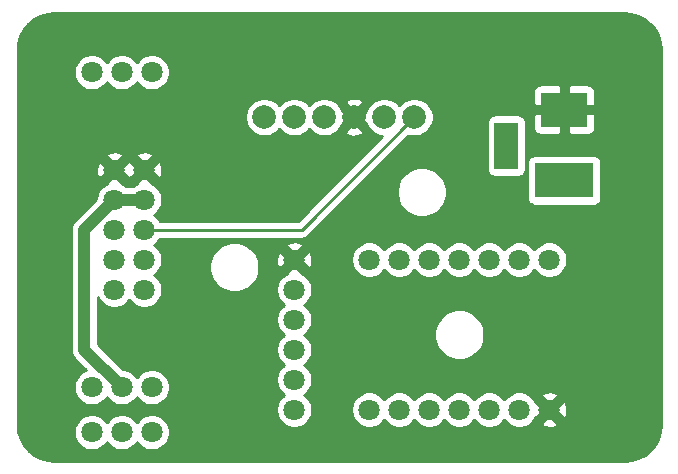
<source format=gbr>
%TF.GenerationSoftware,KiCad,Pcbnew,(5.1.9)-1*%
%TF.CreationDate,2021-03-12T12:12:47-05:00*%
%TF.ProjectId,ProgramBoard,50726f67-7261-46d4-926f-6172642e6b69,rev?*%
%TF.SameCoordinates,PX54c81a0PY791ddc0*%
%TF.FileFunction,Copper,L2,Bot*%
%TF.FilePolarity,Positive*%
%FSLAX46Y46*%
G04 Gerber Fmt 4.6, Leading zero omitted, Abs format (unit mm)*
G04 Created by KiCad (PCBNEW (5.1.9)-1) date 2021-03-12 12:12:47*
%MOMM*%
%LPD*%
G01*
G04 APERTURE LIST*
%TA.AperFunction,ComponentPad*%
%ADD10R,2.000000X4.000000*%
%TD*%
%TA.AperFunction,ComponentPad*%
%ADD11R,4.000000X3.000000*%
%TD*%
%TA.AperFunction,ComponentPad*%
%ADD12R,5.000000X3.000000*%
%TD*%
%TA.AperFunction,ComponentPad*%
%ADD13C,1.800000*%
%TD*%
%TA.AperFunction,ComponentPad*%
%ADD14C,2.000000*%
%TD*%
%TA.AperFunction,Conductor*%
%ADD15C,1.016000*%
%TD*%
%TA.AperFunction,Conductor*%
%ADD16C,0.254000*%
%TD*%
%TA.AperFunction,Conductor*%
%ADD17C,0.100000*%
%TD*%
G04 APERTURE END LIST*
D10*
%TO.P,J1,3*%
%TO.N,N/C*%
X42090000Y27430000D03*
D11*
%TO.P,J1,2*%
%TO.N,GND*%
X46990000Y30480000D03*
D12*
%TO.P,J1,1*%
%TO.N,Net-(J1-Pad1)*%
X46990000Y24480000D03*
%TD*%
D13*
%TO.P,P1,4*%
%TO.N,Net-(P1-Pad3)*%
X11430000Y22860000D03*
%TO.P,P1,1*%
%TO.N,GND*%
X8890000Y25400000D03*
%TO.P,P1,2*%
X11430000Y25400000D03*
%TO.P,P1,3*%
%TO.N,Net-(P1-Pad3)*%
X8890000Y22860000D03*
%TO.P,P1,7*%
%TO.N,Net-(P1-Pad7)*%
X8890000Y17780000D03*
%TO.P,P1,6*%
%TO.N,Net-(P1-Pad6)*%
X11430000Y20320000D03*
%TO.P,P1,5*%
%TO.N,Net-(P1-Pad5)*%
X8890000Y20320000D03*
%TO.P,P1,8*%
%TO.N,Net-(P1-Pad8)*%
X11430000Y17780000D03*
%TO.P,P1,10*%
%TO.N,Net-(P1-Pad10)*%
X11430000Y15240000D03*
%TO.P,P1,9*%
%TO.N,Net-(P1-Pad9)*%
X8890000Y15240000D03*
%TD*%
D14*
%TO.P,P2,2*%
%TO.N,Net-(P2-Pad2)*%
X31750000Y29845000D03*
%TO.P,P2,1*%
%TO.N,Net-(P1-Pad6)*%
X34290000Y29845000D03*
%TO.P,P2,3*%
%TO.N,GND*%
X29210000Y29845000D03*
%TO.P,P2,4*%
%TO.N,Net-(P1-Pad8)*%
X26670000Y29845000D03*
%TO.P,P2,5*%
%TO.N,Net-(P1-Pad7)*%
X24130000Y29845000D03*
%TO.P,P2,6*%
%TO.N,N/C*%
X21590000Y29845000D03*
%TD*%
D13*
%TO.P,U1,1*%
%TO.N,N/C*%
X45720000Y17780000D03*
%TO.P,U1,2*%
X43180000Y17780000D03*
%TO.P,U1,3*%
X40640000Y17780000D03*
%TO.P,U1,4*%
X38100000Y17780000D03*
%TO.P,U1,5*%
X35560000Y17780000D03*
%TO.P,U1,6*%
X33020000Y17780000D03*
%TO.P,U1,7*%
X30480000Y17780000D03*
%TO.P,U1,8*%
%TO.N,GND*%
X24130000Y17780000D03*
%TO.P,U1,9*%
%TO.N,N/C*%
X24130000Y15240000D03*
%TO.P,U1,10*%
X24130000Y12700000D03*
%TO.P,U1,11*%
%TO.N,Net-(P1-Pad9)*%
X24130000Y10160000D03*
%TO.P,U1,12*%
%TO.N,Net-(P1-Pad10)*%
X24130000Y7620000D03*
%TO.P,U1,13*%
%TO.N,N/C*%
X24130000Y5080000D03*
%TO.P,U1,14*%
X30480000Y5080000D03*
%TO.P,U1,15*%
X33020000Y5080000D03*
%TO.P,U1,16*%
X35560000Y5080000D03*
%TO.P,U1,17*%
X38100000Y5080000D03*
%TO.P,U1,18*%
X40640000Y5080000D03*
%TO.P,U1,19*%
%TO.N,+5V*%
X43180000Y5080000D03*
%TO.P,U1,20*%
%TO.N,GND*%
X45720000Y5080000D03*
%TD*%
%TO.P,P3,3*%
%TO.N,Net-(P2-Pad2)*%
X12065000Y33655000D03*
%TO.P,P3,1*%
%TO.N,N/C*%
X6985000Y33655000D03*
%TO.P,P3,2*%
%TO.N,Net-(P1-Pad5)*%
X9525000Y33655000D03*
%TD*%
%TO.P,P4,2*%
%TO.N,Net-(P1-Pad3)*%
X9525000Y6985000D03*
%TO.P,P4,1*%
%TO.N,N/C*%
X6985000Y6985000D03*
%TO.P,P4,3*%
%TO.N,+5V*%
X12065000Y6985000D03*
%TD*%
%TO.P,P5,2*%
%TO.N,Net-(P1-Pad3)*%
X9525000Y3175000D03*
%TO.P,P5,1*%
%TO.N,N/C*%
X6985000Y3175000D03*
%TO.P,P5,3*%
%TO.N,Net-(J1-Pad1)*%
X12065000Y3175000D03*
%TD*%
D15*
%TO.N,Net-(P1-Pad3)*%
X9525000Y6985000D02*
X6350000Y10160000D01*
X6350000Y10160000D02*
X6350000Y20320000D01*
X6350000Y20320000D02*
X8890000Y22860000D01*
X8890000Y22860000D02*
X11430000Y22860000D01*
D16*
%TO.N,Net-(P1-Pad6)*%
X24765000Y20320000D02*
X34290000Y29845000D01*
X11430000Y20320000D02*
X24765000Y20320000D01*
%TD*%
%TO.N,GND*%
X52671230Y38596438D02*
X53249560Y38421830D01*
X53782962Y38138216D01*
X54251118Y37756398D01*
X54636194Y37290920D01*
X54923526Y36759512D01*
X55102167Y36182415D01*
X55168801Y35548433D01*
X55168800Y3844786D01*
X55106438Y3208766D01*
X54931828Y2630435D01*
X54648215Y2097037D01*
X54266398Y1628882D01*
X53800920Y1243806D01*
X53269512Y956475D01*
X52692414Y777833D01*
X52058442Y711200D01*
X3844786Y711200D01*
X3208766Y773562D01*
X2630435Y948172D01*
X2097037Y1231785D01*
X1628882Y1613602D01*
X1243806Y2079080D01*
X956475Y2610488D01*
X777833Y3187586D01*
X763266Y3326184D01*
X5450000Y3326184D01*
X5450000Y3023816D01*
X5508989Y2727257D01*
X5624701Y2447905D01*
X5792688Y2196495D01*
X6006495Y1982688D01*
X6257905Y1814701D01*
X6537257Y1698989D01*
X6833816Y1640000D01*
X7136184Y1640000D01*
X7432743Y1698989D01*
X7712095Y1814701D01*
X7963505Y1982688D01*
X8177312Y2196495D01*
X8255000Y2312763D01*
X8332688Y2196495D01*
X8546495Y1982688D01*
X8797905Y1814701D01*
X9077257Y1698989D01*
X9373816Y1640000D01*
X9676184Y1640000D01*
X9972743Y1698989D01*
X10252095Y1814701D01*
X10503505Y1982688D01*
X10717312Y2196495D01*
X10795000Y2312763D01*
X10872688Y2196495D01*
X11086495Y1982688D01*
X11337905Y1814701D01*
X11617257Y1698989D01*
X11913816Y1640000D01*
X12216184Y1640000D01*
X12512743Y1698989D01*
X12792095Y1814701D01*
X13043505Y1982688D01*
X13257312Y2196495D01*
X13425299Y2447905D01*
X13541011Y2727257D01*
X13600000Y3023816D01*
X13600000Y3326184D01*
X13541011Y3622743D01*
X13425299Y3902095D01*
X13257312Y4153505D01*
X13043505Y4367312D01*
X12792095Y4535299D01*
X12512743Y4651011D01*
X12216184Y4710000D01*
X11913816Y4710000D01*
X11617257Y4651011D01*
X11337905Y4535299D01*
X11086495Y4367312D01*
X10872688Y4153505D01*
X10795000Y4037237D01*
X10717312Y4153505D01*
X10503505Y4367312D01*
X10252095Y4535299D01*
X9972743Y4651011D01*
X9676184Y4710000D01*
X9373816Y4710000D01*
X9077257Y4651011D01*
X8797905Y4535299D01*
X8546495Y4367312D01*
X8332688Y4153505D01*
X8255000Y4037237D01*
X8177312Y4153505D01*
X7963505Y4367312D01*
X7712095Y4535299D01*
X7432743Y4651011D01*
X7136184Y4710000D01*
X6833816Y4710000D01*
X6537257Y4651011D01*
X6257905Y4535299D01*
X6006495Y4367312D01*
X5792688Y4153505D01*
X5624701Y3902095D01*
X5508989Y3622743D01*
X5450000Y3326184D01*
X763266Y3326184D01*
X711200Y3821558D01*
X711200Y20320000D01*
X5201471Y20320000D01*
X5207001Y20263851D01*
X5207000Y10216139D01*
X5201471Y10160000D01*
X5207000Y10103861D01*
X5207000Y10103855D01*
X5223539Y9935934D01*
X5288897Y9720478D01*
X5395032Y9521912D01*
X5537867Y9347867D01*
X5581482Y9312073D01*
X6463214Y8430341D01*
X6257905Y8345299D01*
X6006495Y8177312D01*
X5792688Y7963505D01*
X5624701Y7712095D01*
X5508989Y7432743D01*
X5450000Y7136184D01*
X5450000Y6833816D01*
X5508989Y6537257D01*
X5624701Y6257905D01*
X5792688Y6006495D01*
X6006495Y5792688D01*
X6257905Y5624701D01*
X6537257Y5508989D01*
X6833816Y5450000D01*
X7136184Y5450000D01*
X7432743Y5508989D01*
X7712095Y5624701D01*
X7963505Y5792688D01*
X8177312Y6006495D01*
X8255000Y6122763D01*
X8332688Y6006495D01*
X8546495Y5792688D01*
X8797905Y5624701D01*
X9077257Y5508989D01*
X9373816Y5450000D01*
X9676184Y5450000D01*
X9972743Y5508989D01*
X10252095Y5624701D01*
X10503505Y5792688D01*
X10717312Y6006495D01*
X10795000Y6122763D01*
X10872688Y6006495D01*
X11086495Y5792688D01*
X11337905Y5624701D01*
X11617257Y5508989D01*
X11913816Y5450000D01*
X12216184Y5450000D01*
X12512743Y5508989D01*
X12792095Y5624701D01*
X13043505Y5792688D01*
X13257312Y6006495D01*
X13425299Y6257905D01*
X13541011Y6537257D01*
X13600000Y6833816D01*
X13600000Y7136184D01*
X13541011Y7432743D01*
X13425299Y7712095D01*
X13257312Y7963505D01*
X13043505Y8177312D01*
X12792095Y8345299D01*
X12512743Y8461011D01*
X12216184Y8520000D01*
X11913816Y8520000D01*
X11617257Y8461011D01*
X11337905Y8345299D01*
X11086495Y8177312D01*
X10872688Y7963505D01*
X10795000Y7847237D01*
X10717312Y7963505D01*
X10503505Y8177312D01*
X10252095Y8345299D01*
X9972743Y8461011D01*
X9676184Y8520000D01*
X9606446Y8520000D01*
X7493000Y10633445D01*
X7493000Y14601509D01*
X7529701Y14512905D01*
X7697688Y14261495D01*
X7911495Y14047688D01*
X8162905Y13879701D01*
X8442257Y13763989D01*
X8738816Y13705000D01*
X9041184Y13705000D01*
X9337743Y13763989D01*
X9617095Y13879701D01*
X9868505Y14047688D01*
X10082312Y14261495D01*
X10160000Y14377763D01*
X10237688Y14261495D01*
X10451495Y14047688D01*
X10702905Y13879701D01*
X10982257Y13763989D01*
X11278816Y13705000D01*
X11581184Y13705000D01*
X11877743Y13763989D01*
X12157095Y13879701D01*
X12408505Y14047688D01*
X12622312Y14261495D01*
X12790299Y14512905D01*
X12906011Y14792257D01*
X12965000Y15088816D01*
X12965000Y15391184D01*
X12906011Y15687743D01*
X12790299Y15967095D01*
X12622312Y16218505D01*
X12408505Y16432312D01*
X12292237Y16510000D01*
X12408505Y16587688D01*
X12622312Y16801495D01*
X12790299Y17052905D01*
X12906011Y17332257D01*
X12910590Y17355279D01*
X16915000Y17355279D01*
X16915000Y16934721D01*
X16997047Y16522244D01*
X17157988Y16133698D01*
X17391637Y15784017D01*
X17689017Y15486637D01*
X18038698Y15252988D01*
X18427244Y15092047D01*
X18839721Y15010000D01*
X19260279Y15010000D01*
X19672756Y15092047D01*
X20061302Y15252988D01*
X20268127Y15391184D01*
X22595000Y15391184D01*
X22595000Y15088816D01*
X22653989Y14792257D01*
X22769701Y14512905D01*
X22937688Y14261495D01*
X23151495Y14047688D01*
X23267763Y13970000D01*
X23151495Y13892312D01*
X22937688Y13678505D01*
X22769701Y13427095D01*
X22653989Y13147743D01*
X22595000Y12851184D01*
X22595000Y12548816D01*
X22653989Y12252257D01*
X22769701Y11972905D01*
X22937688Y11721495D01*
X23151495Y11507688D01*
X23267763Y11430000D01*
X23151495Y11352312D01*
X22937688Y11138505D01*
X22769701Y10887095D01*
X22653989Y10607743D01*
X22595000Y10311184D01*
X22595000Y10008816D01*
X22653989Y9712257D01*
X22769701Y9432905D01*
X22937688Y9181495D01*
X23151495Y8967688D01*
X23267763Y8890000D01*
X23151495Y8812312D01*
X22937688Y8598505D01*
X22769701Y8347095D01*
X22653989Y8067743D01*
X22595000Y7771184D01*
X22595000Y7468816D01*
X22653989Y7172257D01*
X22769701Y6892905D01*
X22937688Y6641495D01*
X23151495Y6427688D01*
X23267763Y6350000D01*
X23151495Y6272312D01*
X22937688Y6058505D01*
X22769701Y5807095D01*
X22653989Y5527743D01*
X22595000Y5231184D01*
X22595000Y4928816D01*
X22653989Y4632257D01*
X22769701Y4352905D01*
X22937688Y4101495D01*
X23151495Y3887688D01*
X23402905Y3719701D01*
X23682257Y3603989D01*
X23978816Y3545000D01*
X24281184Y3545000D01*
X24577743Y3603989D01*
X24857095Y3719701D01*
X25108505Y3887688D01*
X25322312Y4101495D01*
X25490299Y4352905D01*
X25606011Y4632257D01*
X25665000Y4928816D01*
X25665000Y5231184D01*
X28945000Y5231184D01*
X28945000Y4928816D01*
X29003989Y4632257D01*
X29119701Y4352905D01*
X29287688Y4101495D01*
X29501495Y3887688D01*
X29752905Y3719701D01*
X30032257Y3603989D01*
X30328816Y3545000D01*
X30631184Y3545000D01*
X30927743Y3603989D01*
X31207095Y3719701D01*
X31458505Y3887688D01*
X31672312Y4101495D01*
X31750000Y4217763D01*
X31827688Y4101495D01*
X32041495Y3887688D01*
X32292905Y3719701D01*
X32572257Y3603989D01*
X32868816Y3545000D01*
X33171184Y3545000D01*
X33467743Y3603989D01*
X33747095Y3719701D01*
X33998505Y3887688D01*
X34212312Y4101495D01*
X34290000Y4217763D01*
X34367688Y4101495D01*
X34581495Y3887688D01*
X34832905Y3719701D01*
X35112257Y3603989D01*
X35408816Y3545000D01*
X35711184Y3545000D01*
X36007743Y3603989D01*
X36287095Y3719701D01*
X36538505Y3887688D01*
X36752312Y4101495D01*
X36830000Y4217763D01*
X36907688Y4101495D01*
X37121495Y3887688D01*
X37372905Y3719701D01*
X37652257Y3603989D01*
X37948816Y3545000D01*
X38251184Y3545000D01*
X38547743Y3603989D01*
X38827095Y3719701D01*
X39078505Y3887688D01*
X39292312Y4101495D01*
X39370000Y4217763D01*
X39447688Y4101495D01*
X39661495Y3887688D01*
X39912905Y3719701D01*
X40192257Y3603989D01*
X40488816Y3545000D01*
X40791184Y3545000D01*
X41087743Y3603989D01*
X41367095Y3719701D01*
X41618505Y3887688D01*
X41832312Y4101495D01*
X41910000Y4217763D01*
X41987688Y4101495D01*
X42201495Y3887688D01*
X42452905Y3719701D01*
X42732257Y3603989D01*
X43028816Y3545000D01*
X43331184Y3545000D01*
X43627743Y3603989D01*
X43907095Y3719701D01*
X44158505Y3887688D01*
X44174009Y3903192D01*
X44992205Y3903192D01*
X45089662Y3672251D01*
X45376413Y3576328D01*
X45676367Y3538190D01*
X45977997Y3559303D01*
X46269713Y3638855D01*
X46350338Y3672251D01*
X46447795Y3903192D01*
X45720000Y4630987D01*
X44992205Y3903192D01*
X44174009Y3903192D01*
X44372312Y4101495D01*
X44540299Y4352905D01*
X44540483Y4353348D01*
X44543192Y4352205D01*
X45270987Y5080000D01*
X46169013Y5080000D01*
X46896808Y4352205D01*
X47127749Y4449662D01*
X47223672Y4736413D01*
X47261810Y5036367D01*
X47240697Y5337997D01*
X47161145Y5629713D01*
X47127749Y5710338D01*
X46896808Y5807795D01*
X46169013Y5080000D01*
X45270987Y5080000D01*
X44543192Y5807795D01*
X44540483Y5806652D01*
X44540299Y5807095D01*
X44372312Y6058505D01*
X44174009Y6256808D01*
X44992205Y6256808D01*
X45720000Y5529013D01*
X46447795Y6256808D01*
X46350338Y6487749D01*
X46063587Y6583672D01*
X45763633Y6621810D01*
X45462003Y6600697D01*
X45170287Y6521145D01*
X45089662Y6487749D01*
X44992205Y6256808D01*
X44174009Y6256808D01*
X44158505Y6272312D01*
X43907095Y6440299D01*
X43627743Y6556011D01*
X43331184Y6615000D01*
X43028816Y6615000D01*
X42732257Y6556011D01*
X42452905Y6440299D01*
X42201495Y6272312D01*
X41987688Y6058505D01*
X41910000Y5942237D01*
X41832312Y6058505D01*
X41618505Y6272312D01*
X41367095Y6440299D01*
X41087743Y6556011D01*
X40791184Y6615000D01*
X40488816Y6615000D01*
X40192257Y6556011D01*
X39912905Y6440299D01*
X39661495Y6272312D01*
X39447688Y6058505D01*
X39370000Y5942237D01*
X39292312Y6058505D01*
X39078505Y6272312D01*
X38827095Y6440299D01*
X38547743Y6556011D01*
X38251184Y6615000D01*
X37948816Y6615000D01*
X37652257Y6556011D01*
X37372905Y6440299D01*
X37121495Y6272312D01*
X36907688Y6058505D01*
X36830000Y5942237D01*
X36752312Y6058505D01*
X36538505Y6272312D01*
X36287095Y6440299D01*
X36007743Y6556011D01*
X35711184Y6615000D01*
X35408816Y6615000D01*
X35112257Y6556011D01*
X34832905Y6440299D01*
X34581495Y6272312D01*
X34367688Y6058505D01*
X34290000Y5942237D01*
X34212312Y6058505D01*
X33998505Y6272312D01*
X33747095Y6440299D01*
X33467743Y6556011D01*
X33171184Y6615000D01*
X32868816Y6615000D01*
X32572257Y6556011D01*
X32292905Y6440299D01*
X32041495Y6272312D01*
X31827688Y6058505D01*
X31750000Y5942237D01*
X31672312Y6058505D01*
X31458505Y6272312D01*
X31207095Y6440299D01*
X30927743Y6556011D01*
X30631184Y6615000D01*
X30328816Y6615000D01*
X30032257Y6556011D01*
X29752905Y6440299D01*
X29501495Y6272312D01*
X29287688Y6058505D01*
X29119701Y5807095D01*
X29003989Y5527743D01*
X28945000Y5231184D01*
X25665000Y5231184D01*
X25606011Y5527743D01*
X25490299Y5807095D01*
X25322312Y6058505D01*
X25108505Y6272312D01*
X24992237Y6350000D01*
X25108505Y6427688D01*
X25322312Y6641495D01*
X25490299Y6892905D01*
X25606011Y7172257D01*
X25665000Y7468816D01*
X25665000Y7771184D01*
X25606011Y8067743D01*
X25490299Y8347095D01*
X25322312Y8598505D01*
X25108505Y8812312D01*
X24992237Y8890000D01*
X25108505Y8967688D01*
X25322312Y9181495D01*
X25490299Y9432905D01*
X25606011Y9712257D01*
X25665000Y10008816D01*
X25665000Y10311184D01*
X25606011Y10607743D01*
X25490299Y10887095D01*
X25322312Y11138505D01*
X25108505Y11352312D01*
X24992237Y11430000D01*
X25108505Y11507688D01*
X25241096Y11640279D01*
X35965000Y11640279D01*
X35965000Y11219721D01*
X36047047Y10807244D01*
X36207988Y10418698D01*
X36441637Y10069017D01*
X36739017Y9771637D01*
X37088698Y9537988D01*
X37477244Y9377047D01*
X37889721Y9295000D01*
X38310279Y9295000D01*
X38722756Y9377047D01*
X39111302Y9537988D01*
X39460983Y9771637D01*
X39758363Y10069017D01*
X39992012Y10418698D01*
X40152953Y10807244D01*
X40235000Y11219721D01*
X40235000Y11640279D01*
X40152953Y12052756D01*
X39992012Y12441302D01*
X39758363Y12790983D01*
X39460983Y13088363D01*
X39111302Y13322012D01*
X38722756Y13482953D01*
X38310279Y13565000D01*
X37889721Y13565000D01*
X37477244Y13482953D01*
X37088698Y13322012D01*
X36739017Y13088363D01*
X36441637Y12790983D01*
X36207988Y12441302D01*
X36047047Y12052756D01*
X35965000Y11640279D01*
X25241096Y11640279D01*
X25322312Y11721495D01*
X25490299Y11972905D01*
X25606011Y12252257D01*
X25665000Y12548816D01*
X25665000Y12851184D01*
X25606011Y13147743D01*
X25490299Y13427095D01*
X25322312Y13678505D01*
X25108505Y13892312D01*
X24992237Y13970000D01*
X25108505Y14047688D01*
X25322312Y14261495D01*
X25490299Y14512905D01*
X25606011Y14792257D01*
X25665000Y15088816D01*
X25665000Y15391184D01*
X25606011Y15687743D01*
X25490299Y15967095D01*
X25322312Y16218505D01*
X25108505Y16432312D01*
X24857095Y16600299D01*
X24856652Y16600483D01*
X24857795Y16603192D01*
X24130000Y17330987D01*
X23402205Y16603192D01*
X23403348Y16600483D01*
X23402905Y16600299D01*
X23151495Y16432312D01*
X22937688Y16218505D01*
X22769701Y15967095D01*
X22653989Y15687743D01*
X22595000Y15391184D01*
X20268127Y15391184D01*
X20410983Y15486637D01*
X20708363Y15784017D01*
X20942012Y16133698D01*
X21102953Y16522244D01*
X21185000Y16934721D01*
X21185000Y17355279D01*
X21102953Y17767756D01*
X21079808Y17823633D01*
X22588190Y17823633D01*
X22609303Y17522003D01*
X22688855Y17230287D01*
X22722251Y17149662D01*
X22953192Y17052205D01*
X23680987Y17780000D01*
X24579013Y17780000D01*
X25306808Y17052205D01*
X25537749Y17149662D01*
X25633672Y17436413D01*
X25671810Y17736367D01*
X25658174Y17931184D01*
X28945000Y17931184D01*
X28945000Y17628816D01*
X29003989Y17332257D01*
X29119701Y17052905D01*
X29287688Y16801495D01*
X29501495Y16587688D01*
X29752905Y16419701D01*
X30032257Y16303989D01*
X30328816Y16245000D01*
X30631184Y16245000D01*
X30927743Y16303989D01*
X31207095Y16419701D01*
X31458505Y16587688D01*
X31672312Y16801495D01*
X31750000Y16917763D01*
X31827688Y16801495D01*
X32041495Y16587688D01*
X32292905Y16419701D01*
X32572257Y16303989D01*
X32868816Y16245000D01*
X33171184Y16245000D01*
X33467743Y16303989D01*
X33747095Y16419701D01*
X33998505Y16587688D01*
X34212312Y16801495D01*
X34290000Y16917763D01*
X34367688Y16801495D01*
X34581495Y16587688D01*
X34832905Y16419701D01*
X35112257Y16303989D01*
X35408816Y16245000D01*
X35711184Y16245000D01*
X36007743Y16303989D01*
X36287095Y16419701D01*
X36538505Y16587688D01*
X36752312Y16801495D01*
X36830000Y16917763D01*
X36907688Y16801495D01*
X37121495Y16587688D01*
X37372905Y16419701D01*
X37652257Y16303989D01*
X37948816Y16245000D01*
X38251184Y16245000D01*
X38547743Y16303989D01*
X38827095Y16419701D01*
X39078505Y16587688D01*
X39292312Y16801495D01*
X39370000Y16917763D01*
X39447688Y16801495D01*
X39661495Y16587688D01*
X39912905Y16419701D01*
X40192257Y16303989D01*
X40488816Y16245000D01*
X40791184Y16245000D01*
X41087743Y16303989D01*
X41367095Y16419701D01*
X41618505Y16587688D01*
X41832312Y16801495D01*
X41910000Y16917763D01*
X41987688Y16801495D01*
X42201495Y16587688D01*
X42452905Y16419701D01*
X42732257Y16303989D01*
X43028816Y16245000D01*
X43331184Y16245000D01*
X43627743Y16303989D01*
X43907095Y16419701D01*
X44158505Y16587688D01*
X44372312Y16801495D01*
X44450000Y16917763D01*
X44527688Y16801495D01*
X44741495Y16587688D01*
X44992905Y16419701D01*
X45272257Y16303989D01*
X45568816Y16245000D01*
X45871184Y16245000D01*
X46167743Y16303989D01*
X46447095Y16419701D01*
X46698505Y16587688D01*
X46912312Y16801495D01*
X47080299Y17052905D01*
X47196011Y17332257D01*
X47255000Y17628816D01*
X47255000Y17931184D01*
X47196011Y18227743D01*
X47080299Y18507095D01*
X46912312Y18758505D01*
X46698505Y18972312D01*
X46447095Y19140299D01*
X46167743Y19256011D01*
X45871184Y19315000D01*
X45568816Y19315000D01*
X45272257Y19256011D01*
X44992905Y19140299D01*
X44741495Y18972312D01*
X44527688Y18758505D01*
X44450000Y18642237D01*
X44372312Y18758505D01*
X44158505Y18972312D01*
X43907095Y19140299D01*
X43627743Y19256011D01*
X43331184Y19315000D01*
X43028816Y19315000D01*
X42732257Y19256011D01*
X42452905Y19140299D01*
X42201495Y18972312D01*
X41987688Y18758505D01*
X41910000Y18642237D01*
X41832312Y18758505D01*
X41618505Y18972312D01*
X41367095Y19140299D01*
X41087743Y19256011D01*
X40791184Y19315000D01*
X40488816Y19315000D01*
X40192257Y19256011D01*
X39912905Y19140299D01*
X39661495Y18972312D01*
X39447688Y18758505D01*
X39370000Y18642237D01*
X39292312Y18758505D01*
X39078505Y18972312D01*
X38827095Y19140299D01*
X38547743Y19256011D01*
X38251184Y19315000D01*
X37948816Y19315000D01*
X37652257Y19256011D01*
X37372905Y19140299D01*
X37121495Y18972312D01*
X36907688Y18758505D01*
X36830000Y18642237D01*
X36752312Y18758505D01*
X36538505Y18972312D01*
X36287095Y19140299D01*
X36007743Y19256011D01*
X35711184Y19315000D01*
X35408816Y19315000D01*
X35112257Y19256011D01*
X34832905Y19140299D01*
X34581495Y18972312D01*
X34367688Y18758505D01*
X34290000Y18642237D01*
X34212312Y18758505D01*
X33998505Y18972312D01*
X33747095Y19140299D01*
X33467743Y19256011D01*
X33171184Y19315000D01*
X32868816Y19315000D01*
X32572257Y19256011D01*
X32292905Y19140299D01*
X32041495Y18972312D01*
X31827688Y18758505D01*
X31750000Y18642237D01*
X31672312Y18758505D01*
X31458505Y18972312D01*
X31207095Y19140299D01*
X30927743Y19256011D01*
X30631184Y19315000D01*
X30328816Y19315000D01*
X30032257Y19256011D01*
X29752905Y19140299D01*
X29501495Y18972312D01*
X29287688Y18758505D01*
X29119701Y18507095D01*
X29003989Y18227743D01*
X28945000Y17931184D01*
X25658174Y17931184D01*
X25650697Y18037997D01*
X25571145Y18329713D01*
X25537749Y18410338D01*
X25306808Y18507795D01*
X24579013Y17780000D01*
X23680987Y17780000D01*
X22953192Y18507795D01*
X22722251Y18410338D01*
X22626328Y18123587D01*
X22588190Y17823633D01*
X21079808Y17823633D01*
X20942012Y18156302D01*
X20708363Y18505983D01*
X20410983Y18803363D01*
X20181336Y18956808D01*
X23402205Y18956808D01*
X24130000Y18229013D01*
X24857795Y18956808D01*
X24760338Y19187749D01*
X24473587Y19283672D01*
X24173633Y19321810D01*
X23872003Y19300697D01*
X23580287Y19221145D01*
X23499662Y19187749D01*
X23402205Y18956808D01*
X20181336Y18956808D01*
X20061302Y19037012D01*
X19672756Y19197953D01*
X19260279Y19280000D01*
X18839721Y19280000D01*
X18427244Y19197953D01*
X18038698Y19037012D01*
X17689017Y18803363D01*
X17391637Y18505983D01*
X17157988Y18156302D01*
X16997047Y17767756D01*
X16915000Y17355279D01*
X12910590Y17355279D01*
X12965000Y17628816D01*
X12965000Y17931184D01*
X12906011Y18227743D01*
X12790299Y18507095D01*
X12622312Y18758505D01*
X12408505Y18972312D01*
X12292237Y19050000D01*
X12408505Y19127688D01*
X12622312Y19341495D01*
X12766976Y19558000D01*
X24727577Y19558000D01*
X24765000Y19554314D01*
X24802423Y19558000D01*
X24802426Y19558000D01*
X24914378Y19569026D01*
X25058015Y19612598D01*
X25190392Y19683355D01*
X25306422Y19778578D01*
X25330284Y19807654D01*
X29227909Y23705279D01*
X32790000Y23705279D01*
X32790000Y23284721D01*
X32872047Y22872244D01*
X33032988Y22483698D01*
X33266637Y22134017D01*
X33564017Y21836637D01*
X33913698Y21602988D01*
X34302244Y21442047D01*
X34714721Y21360000D01*
X35135279Y21360000D01*
X35547756Y21442047D01*
X35936302Y21602988D01*
X36285983Y21836637D01*
X36583363Y22134017D01*
X36817012Y22483698D01*
X36977953Y22872244D01*
X37060000Y23284721D01*
X37060000Y23705279D01*
X36977953Y24117756D01*
X36817012Y24506302D01*
X36583363Y24855983D01*
X36285983Y25153363D01*
X35936302Y25387012D01*
X35547756Y25547953D01*
X35135279Y25630000D01*
X34714721Y25630000D01*
X34302244Y25547953D01*
X33913698Y25387012D01*
X33564017Y25153363D01*
X33266637Y24855983D01*
X33032988Y24506302D01*
X32872047Y24117756D01*
X32790000Y23705279D01*
X29227909Y23705279D01*
X33800625Y28277994D01*
X33813088Y28272832D01*
X34128967Y28210000D01*
X34451033Y28210000D01*
X34766912Y28272832D01*
X35064463Y28396082D01*
X35332252Y28575013D01*
X35559987Y28802748D01*
X35738918Y29070537D01*
X35862168Y29368088D01*
X35874483Y29430000D01*
X40451928Y29430000D01*
X40451928Y25430000D01*
X40464188Y25305518D01*
X40500498Y25185820D01*
X40559463Y25075506D01*
X40638815Y24978815D01*
X40735506Y24899463D01*
X40845820Y24840498D01*
X40965518Y24804188D01*
X41090000Y24791928D01*
X43090000Y24791928D01*
X43214482Y24804188D01*
X43334180Y24840498D01*
X43444494Y24899463D01*
X43541185Y24978815D01*
X43620537Y25075506D01*
X43679502Y25185820D01*
X43715812Y25305518D01*
X43728072Y25430000D01*
X43728072Y25980000D01*
X43851928Y25980000D01*
X43851928Y22980000D01*
X43864188Y22855518D01*
X43900498Y22735820D01*
X43959463Y22625506D01*
X44038815Y22528815D01*
X44135506Y22449463D01*
X44245820Y22390498D01*
X44365518Y22354188D01*
X44490000Y22341928D01*
X49490000Y22341928D01*
X49614482Y22354188D01*
X49734180Y22390498D01*
X49844494Y22449463D01*
X49941185Y22528815D01*
X50020537Y22625506D01*
X50079502Y22735820D01*
X50115812Y22855518D01*
X50128072Y22980000D01*
X50128072Y25980000D01*
X50115812Y26104482D01*
X50079502Y26224180D01*
X50020537Y26334494D01*
X49941185Y26431185D01*
X49844494Y26510537D01*
X49734180Y26569502D01*
X49614482Y26605812D01*
X49490000Y26618072D01*
X44490000Y26618072D01*
X44365518Y26605812D01*
X44245820Y26569502D01*
X44135506Y26510537D01*
X44038815Y26431185D01*
X43959463Y26334494D01*
X43900498Y26224180D01*
X43864188Y26104482D01*
X43851928Y25980000D01*
X43728072Y25980000D01*
X43728072Y28980000D01*
X44351928Y28980000D01*
X44364188Y28855518D01*
X44400498Y28735820D01*
X44459463Y28625506D01*
X44538815Y28528815D01*
X44635506Y28449463D01*
X44745820Y28390498D01*
X44865518Y28354188D01*
X44990000Y28341928D01*
X46513750Y28345000D01*
X46672500Y28503750D01*
X46672500Y30162500D01*
X47307500Y30162500D01*
X47307500Y28503750D01*
X47466250Y28345000D01*
X48990000Y28341928D01*
X49114482Y28354188D01*
X49234180Y28390498D01*
X49344494Y28449463D01*
X49441185Y28528815D01*
X49520537Y28625506D01*
X49579502Y28735820D01*
X49615812Y28855518D01*
X49628072Y28980000D01*
X49625000Y30003750D01*
X49466250Y30162500D01*
X47307500Y30162500D01*
X46672500Y30162500D01*
X44513750Y30162500D01*
X44355000Y30003750D01*
X44351928Y28980000D01*
X43728072Y28980000D01*
X43728072Y29430000D01*
X43715812Y29554482D01*
X43679502Y29674180D01*
X43620537Y29784494D01*
X43541185Y29881185D01*
X43444494Y29960537D01*
X43334180Y30019502D01*
X43214482Y30055812D01*
X43090000Y30068072D01*
X41090000Y30068072D01*
X40965518Y30055812D01*
X40845820Y30019502D01*
X40735506Y29960537D01*
X40638815Y29881185D01*
X40559463Y29784494D01*
X40500498Y29674180D01*
X40464188Y29554482D01*
X40451928Y29430000D01*
X35874483Y29430000D01*
X35925000Y29683967D01*
X35925000Y30006033D01*
X35862168Y30321912D01*
X35738918Y30619463D01*
X35559987Y30887252D01*
X35332252Y31114987D01*
X35064463Y31293918D01*
X34766912Y31417168D01*
X34451033Y31480000D01*
X34128967Y31480000D01*
X33813088Y31417168D01*
X33515537Y31293918D01*
X33247748Y31114987D01*
X33020013Y30887252D01*
X33020000Y30887233D01*
X33019987Y30887252D01*
X32792252Y31114987D01*
X32524463Y31293918D01*
X32226912Y31417168D01*
X31911033Y31480000D01*
X31588967Y31480000D01*
X31273088Y31417168D01*
X30975537Y31293918D01*
X30707748Y31114987D01*
X30480013Y30887252D01*
X30301082Y30619463D01*
X30207465Y30393452D01*
X29659013Y29845000D01*
X30207465Y29296548D01*
X30301082Y29070537D01*
X30480013Y28802748D01*
X30707748Y28575013D01*
X30975537Y28396082D01*
X31273088Y28272832D01*
X31579293Y28211924D01*
X24449370Y21082000D01*
X12766976Y21082000D01*
X12622312Y21298505D01*
X12408505Y21512312D01*
X12292237Y21590000D01*
X12408505Y21667688D01*
X12622312Y21881495D01*
X12790299Y22132905D01*
X12906011Y22412257D01*
X12965000Y22708816D01*
X12965000Y23011184D01*
X12906011Y23307743D01*
X12790299Y23587095D01*
X12622312Y23838505D01*
X12408505Y24052312D01*
X12157095Y24220299D01*
X12156652Y24220483D01*
X12157795Y24223192D01*
X11430000Y24950987D01*
X10702205Y24223192D01*
X10703348Y24220483D01*
X10702905Y24220299D01*
X10451495Y24052312D01*
X10402183Y24003000D01*
X9917817Y24003000D01*
X9868505Y24052312D01*
X9617095Y24220299D01*
X9616652Y24220483D01*
X9617795Y24223192D01*
X8890000Y24950987D01*
X8162205Y24223192D01*
X8163348Y24220483D01*
X8162905Y24220299D01*
X7911495Y24052312D01*
X7697688Y23838505D01*
X7529701Y23587095D01*
X7413989Y23307743D01*
X7355000Y23011184D01*
X7355000Y22941446D01*
X5581478Y21167923D01*
X5537868Y21132133D01*
X5502078Y21088523D01*
X5502076Y21088521D01*
X5487676Y21070974D01*
X5395033Y20958089D01*
X5343364Y20861422D01*
X5288898Y20759523D01*
X5223539Y20544067D01*
X5201471Y20320000D01*
X711200Y20320000D01*
X711200Y25443633D01*
X7348190Y25443633D01*
X7369303Y25142003D01*
X7448855Y24850287D01*
X7482251Y24769662D01*
X7713192Y24672205D01*
X8440987Y25400000D01*
X9339013Y25400000D01*
X10066808Y24672205D01*
X10160000Y24711532D01*
X10253192Y24672205D01*
X10980987Y25400000D01*
X11879013Y25400000D01*
X12606808Y24672205D01*
X12837749Y24769662D01*
X12933672Y25056413D01*
X12971810Y25356367D01*
X12950697Y25657997D01*
X12871145Y25949713D01*
X12837749Y26030338D01*
X12606808Y26127795D01*
X11879013Y25400000D01*
X10980987Y25400000D01*
X10253192Y26127795D01*
X10160000Y26088468D01*
X10066808Y26127795D01*
X9339013Y25400000D01*
X8440987Y25400000D01*
X7713192Y26127795D01*
X7482251Y26030338D01*
X7386328Y25743587D01*
X7348190Y25443633D01*
X711200Y25443633D01*
X711200Y26576808D01*
X8162205Y26576808D01*
X8890000Y25849013D01*
X9617795Y26576808D01*
X10702205Y26576808D01*
X11430000Y25849013D01*
X12157795Y26576808D01*
X12060338Y26807749D01*
X11773587Y26903672D01*
X11473633Y26941810D01*
X11172003Y26920697D01*
X10880287Y26841145D01*
X10799662Y26807749D01*
X10702205Y26576808D01*
X9617795Y26576808D01*
X9520338Y26807749D01*
X9233587Y26903672D01*
X8933633Y26941810D01*
X8632003Y26920697D01*
X8340287Y26841145D01*
X8259662Y26807749D01*
X8162205Y26576808D01*
X711200Y26576808D01*
X711200Y30006033D01*
X19955000Y30006033D01*
X19955000Y29683967D01*
X20017832Y29368088D01*
X20141082Y29070537D01*
X20320013Y28802748D01*
X20547748Y28575013D01*
X20815537Y28396082D01*
X21113088Y28272832D01*
X21428967Y28210000D01*
X21751033Y28210000D01*
X22066912Y28272832D01*
X22364463Y28396082D01*
X22632252Y28575013D01*
X22859987Y28802748D01*
X22860000Y28802767D01*
X22860013Y28802748D01*
X23087748Y28575013D01*
X23355537Y28396082D01*
X23653088Y28272832D01*
X23968967Y28210000D01*
X24291033Y28210000D01*
X24606912Y28272832D01*
X24904463Y28396082D01*
X25172252Y28575013D01*
X25399987Y28802748D01*
X25400000Y28802767D01*
X25400013Y28802748D01*
X25627748Y28575013D01*
X25895537Y28396082D01*
X26193088Y28272832D01*
X26508967Y28210000D01*
X26831033Y28210000D01*
X27146912Y28272832D01*
X27444463Y28396082D01*
X27712252Y28575013D01*
X27732567Y28595328D01*
X28409341Y28595328D01*
X28519389Y28354292D01*
X28823481Y28248203D01*
X29142428Y28203479D01*
X29463972Y28221838D01*
X29775755Y28302574D01*
X29900611Y28354292D01*
X30010659Y28595328D01*
X29210000Y29395987D01*
X28409341Y28595328D01*
X27732567Y28595328D01*
X27939987Y28802748D01*
X28118918Y29070537D01*
X28212535Y29296548D01*
X28760987Y29845000D01*
X28212535Y30393452D01*
X28118918Y30619463D01*
X27939987Y30887252D01*
X27732567Y31094672D01*
X28409341Y31094672D01*
X29210000Y30294013D01*
X30010659Y31094672D01*
X29900611Y31335708D01*
X29596519Y31441797D01*
X29277572Y31486521D01*
X28956028Y31468162D01*
X28644245Y31387426D01*
X28519389Y31335708D01*
X28409341Y31094672D01*
X27732567Y31094672D01*
X27712252Y31114987D01*
X27444463Y31293918D01*
X27146912Y31417168D01*
X26831033Y31480000D01*
X26508967Y31480000D01*
X26193088Y31417168D01*
X25895537Y31293918D01*
X25627748Y31114987D01*
X25400013Y30887252D01*
X25400000Y30887233D01*
X25399987Y30887252D01*
X25172252Y31114987D01*
X24904463Y31293918D01*
X24606912Y31417168D01*
X24291033Y31480000D01*
X23968967Y31480000D01*
X23653088Y31417168D01*
X23355537Y31293918D01*
X23087748Y31114987D01*
X22860013Y30887252D01*
X22860000Y30887233D01*
X22859987Y30887252D01*
X22632252Y31114987D01*
X22364463Y31293918D01*
X22066912Y31417168D01*
X21751033Y31480000D01*
X21428967Y31480000D01*
X21113088Y31417168D01*
X20815537Y31293918D01*
X20547748Y31114987D01*
X20320013Y30887252D01*
X20141082Y30619463D01*
X20017832Y30321912D01*
X19955000Y30006033D01*
X711200Y30006033D01*
X711200Y31980000D01*
X44351928Y31980000D01*
X44355000Y30956250D01*
X44513750Y30797500D01*
X46672500Y30797500D01*
X46672500Y32456250D01*
X47307500Y32456250D01*
X47307500Y30797500D01*
X49466250Y30797500D01*
X49625000Y30956250D01*
X49628072Y31980000D01*
X49615812Y32104482D01*
X49579502Y32224180D01*
X49520537Y32334494D01*
X49441185Y32431185D01*
X49344494Y32510537D01*
X49234180Y32569502D01*
X49114482Y32605812D01*
X48990000Y32618072D01*
X47466250Y32615000D01*
X47307500Y32456250D01*
X46672500Y32456250D01*
X46513750Y32615000D01*
X44990000Y32618072D01*
X44865518Y32605812D01*
X44745820Y32569502D01*
X44635506Y32510537D01*
X44538815Y32431185D01*
X44459463Y32334494D01*
X44400498Y32224180D01*
X44364188Y32104482D01*
X44351928Y31980000D01*
X711200Y31980000D01*
X711200Y33806184D01*
X5450000Y33806184D01*
X5450000Y33503816D01*
X5508989Y33207257D01*
X5624701Y32927905D01*
X5792688Y32676495D01*
X6006495Y32462688D01*
X6257905Y32294701D01*
X6537257Y32178989D01*
X6833816Y32120000D01*
X7136184Y32120000D01*
X7432743Y32178989D01*
X7712095Y32294701D01*
X7963505Y32462688D01*
X8177312Y32676495D01*
X8255000Y32792763D01*
X8332688Y32676495D01*
X8546495Y32462688D01*
X8797905Y32294701D01*
X9077257Y32178989D01*
X9373816Y32120000D01*
X9676184Y32120000D01*
X9972743Y32178989D01*
X10252095Y32294701D01*
X10503505Y32462688D01*
X10717312Y32676495D01*
X10795000Y32792763D01*
X10872688Y32676495D01*
X11086495Y32462688D01*
X11337905Y32294701D01*
X11617257Y32178989D01*
X11913816Y32120000D01*
X12216184Y32120000D01*
X12512743Y32178989D01*
X12792095Y32294701D01*
X13043505Y32462688D01*
X13257312Y32676495D01*
X13425299Y32927905D01*
X13541011Y33207257D01*
X13600000Y33503816D01*
X13600000Y33806184D01*
X13541011Y34102743D01*
X13425299Y34382095D01*
X13257312Y34633505D01*
X13043505Y34847312D01*
X12792095Y35015299D01*
X12512743Y35131011D01*
X12216184Y35190000D01*
X11913816Y35190000D01*
X11617257Y35131011D01*
X11337905Y35015299D01*
X11086495Y34847312D01*
X10872688Y34633505D01*
X10795000Y34517237D01*
X10717312Y34633505D01*
X10503505Y34847312D01*
X10252095Y35015299D01*
X9972743Y35131011D01*
X9676184Y35190000D01*
X9373816Y35190000D01*
X9077257Y35131011D01*
X8797905Y35015299D01*
X8546495Y34847312D01*
X8332688Y34633505D01*
X8255000Y34517237D01*
X8177312Y34633505D01*
X7963505Y34847312D01*
X7712095Y35015299D01*
X7432743Y35131011D01*
X7136184Y35190000D01*
X6833816Y35190000D01*
X6537257Y35131011D01*
X6257905Y35015299D01*
X6006495Y34847312D01*
X5792688Y34633505D01*
X5624701Y34382095D01*
X5508989Y34102743D01*
X5450000Y33806184D01*
X711200Y33806184D01*
X711200Y35525214D01*
X773562Y36161230D01*
X948170Y36739560D01*
X1231784Y37272962D01*
X1613602Y37741118D01*
X2079080Y38126194D01*
X2610488Y38413526D01*
X3187585Y38592167D01*
X3821558Y38658800D01*
X52035214Y38658800D01*
X52671230Y38596438D01*
%TA.AperFunction,Conductor*%
D17*
G36*
X52671230Y38596438D02*
G01*
X53249560Y38421830D01*
X53782962Y38138216D01*
X54251118Y37756398D01*
X54636194Y37290920D01*
X54923526Y36759512D01*
X55102167Y36182415D01*
X55168801Y35548433D01*
X55168800Y3844786D01*
X55106438Y3208766D01*
X54931828Y2630435D01*
X54648215Y2097037D01*
X54266398Y1628882D01*
X53800920Y1243806D01*
X53269512Y956475D01*
X52692414Y777833D01*
X52058442Y711200D01*
X3844786Y711200D01*
X3208766Y773562D01*
X2630435Y948172D01*
X2097037Y1231785D01*
X1628882Y1613602D01*
X1243806Y2079080D01*
X956475Y2610488D01*
X777833Y3187586D01*
X763266Y3326184D01*
X5450000Y3326184D01*
X5450000Y3023816D01*
X5508989Y2727257D01*
X5624701Y2447905D01*
X5792688Y2196495D01*
X6006495Y1982688D01*
X6257905Y1814701D01*
X6537257Y1698989D01*
X6833816Y1640000D01*
X7136184Y1640000D01*
X7432743Y1698989D01*
X7712095Y1814701D01*
X7963505Y1982688D01*
X8177312Y2196495D01*
X8255000Y2312763D01*
X8332688Y2196495D01*
X8546495Y1982688D01*
X8797905Y1814701D01*
X9077257Y1698989D01*
X9373816Y1640000D01*
X9676184Y1640000D01*
X9972743Y1698989D01*
X10252095Y1814701D01*
X10503505Y1982688D01*
X10717312Y2196495D01*
X10795000Y2312763D01*
X10872688Y2196495D01*
X11086495Y1982688D01*
X11337905Y1814701D01*
X11617257Y1698989D01*
X11913816Y1640000D01*
X12216184Y1640000D01*
X12512743Y1698989D01*
X12792095Y1814701D01*
X13043505Y1982688D01*
X13257312Y2196495D01*
X13425299Y2447905D01*
X13541011Y2727257D01*
X13600000Y3023816D01*
X13600000Y3326184D01*
X13541011Y3622743D01*
X13425299Y3902095D01*
X13257312Y4153505D01*
X13043505Y4367312D01*
X12792095Y4535299D01*
X12512743Y4651011D01*
X12216184Y4710000D01*
X11913816Y4710000D01*
X11617257Y4651011D01*
X11337905Y4535299D01*
X11086495Y4367312D01*
X10872688Y4153505D01*
X10795000Y4037237D01*
X10717312Y4153505D01*
X10503505Y4367312D01*
X10252095Y4535299D01*
X9972743Y4651011D01*
X9676184Y4710000D01*
X9373816Y4710000D01*
X9077257Y4651011D01*
X8797905Y4535299D01*
X8546495Y4367312D01*
X8332688Y4153505D01*
X8255000Y4037237D01*
X8177312Y4153505D01*
X7963505Y4367312D01*
X7712095Y4535299D01*
X7432743Y4651011D01*
X7136184Y4710000D01*
X6833816Y4710000D01*
X6537257Y4651011D01*
X6257905Y4535299D01*
X6006495Y4367312D01*
X5792688Y4153505D01*
X5624701Y3902095D01*
X5508989Y3622743D01*
X5450000Y3326184D01*
X763266Y3326184D01*
X711200Y3821558D01*
X711200Y20320000D01*
X5201471Y20320000D01*
X5207001Y20263851D01*
X5207000Y10216139D01*
X5201471Y10160000D01*
X5207000Y10103861D01*
X5207000Y10103855D01*
X5223539Y9935934D01*
X5288897Y9720478D01*
X5395032Y9521912D01*
X5537867Y9347867D01*
X5581482Y9312073D01*
X6463214Y8430341D01*
X6257905Y8345299D01*
X6006495Y8177312D01*
X5792688Y7963505D01*
X5624701Y7712095D01*
X5508989Y7432743D01*
X5450000Y7136184D01*
X5450000Y6833816D01*
X5508989Y6537257D01*
X5624701Y6257905D01*
X5792688Y6006495D01*
X6006495Y5792688D01*
X6257905Y5624701D01*
X6537257Y5508989D01*
X6833816Y5450000D01*
X7136184Y5450000D01*
X7432743Y5508989D01*
X7712095Y5624701D01*
X7963505Y5792688D01*
X8177312Y6006495D01*
X8255000Y6122763D01*
X8332688Y6006495D01*
X8546495Y5792688D01*
X8797905Y5624701D01*
X9077257Y5508989D01*
X9373816Y5450000D01*
X9676184Y5450000D01*
X9972743Y5508989D01*
X10252095Y5624701D01*
X10503505Y5792688D01*
X10717312Y6006495D01*
X10795000Y6122763D01*
X10872688Y6006495D01*
X11086495Y5792688D01*
X11337905Y5624701D01*
X11617257Y5508989D01*
X11913816Y5450000D01*
X12216184Y5450000D01*
X12512743Y5508989D01*
X12792095Y5624701D01*
X13043505Y5792688D01*
X13257312Y6006495D01*
X13425299Y6257905D01*
X13541011Y6537257D01*
X13600000Y6833816D01*
X13600000Y7136184D01*
X13541011Y7432743D01*
X13425299Y7712095D01*
X13257312Y7963505D01*
X13043505Y8177312D01*
X12792095Y8345299D01*
X12512743Y8461011D01*
X12216184Y8520000D01*
X11913816Y8520000D01*
X11617257Y8461011D01*
X11337905Y8345299D01*
X11086495Y8177312D01*
X10872688Y7963505D01*
X10795000Y7847237D01*
X10717312Y7963505D01*
X10503505Y8177312D01*
X10252095Y8345299D01*
X9972743Y8461011D01*
X9676184Y8520000D01*
X9606446Y8520000D01*
X7493000Y10633445D01*
X7493000Y14601509D01*
X7529701Y14512905D01*
X7697688Y14261495D01*
X7911495Y14047688D01*
X8162905Y13879701D01*
X8442257Y13763989D01*
X8738816Y13705000D01*
X9041184Y13705000D01*
X9337743Y13763989D01*
X9617095Y13879701D01*
X9868505Y14047688D01*
X10082312Y14261495D01*
X10160000Y14377763D01*
X10237688Y14261495D01*
X10451495Y14047688D01*
X10702905Y13879701D01*
X10982257Y13763989D01*
X11278816Y13705000D01*
X11581184Y13705000D01*
X11877743Y13763989D01*
X12157095Y13879701D01*
X12408505Y14047688D01*
X12622312Y14261495D01*
X12790299Y14512905D01*
X12906011Y14792257D01*
X12965000Y15088816D01*
X12965000Y15391184D01*
X12906011Y15687743D01*
X12790299Y15967095D01*
X12622312Y16218505D01*
X12408505Y16432312D01*
X12292237Y16510000D01*
X12408505Y16587688D01*
X12622312Y16801495D01*
X12790299Y17052905D01*
X12906011Y17332257D01*
X12910590Y17355279D01*
X16915000Y17355279D01*
X16915000Y16934721D01*
X16997047Y16522244D01*
X17157988Y16133698D01*
X17391637Y15784017D01*
X17689017Y15486637D01*
X18038698Y15252988D01*
X18427244Y15092047D01*
X18839721Y15010000D01*
X19260279Y15010000D01*
X19672756Y15092047D01*
X20061302Y15252988D01*
X20268127Y15391184D01*
X22595000Y15391184D01*
X22595000Y15088816D01*
X22653989Y14792257D01*
X22769701Y14512905D01*
X22937688Y14261495D01*
X23151495Y14047688D01*
X23267763Y13970000D01*
X23151495Y13892312D01*
X22937688Y13678505D01*
X22769701Y13427095D01*
X22653989Y13147743D01*
X22595000Y12851184D01*
X22595000Y12548816D01*
X22653989Y12252257D01*
X22769701Y11972905D01*
X22937688Y11721495D01*
X23151495Y11507688D01*
X23267763Y11430000D01*
X23151495Y11352312D01*
X22937688Y11138505D01*
X22769701Y10887095D01*
X22653989Y10607743D01*
X22595000Y10311184D01*
X22595000Y10008816D01*
X22653989Y9712257D01*
X22769701Y9432905D01*
X22937688Y9181495D01*
X23151495Y8967688D01*
X23267763Y8890000D01*
X23151495Y8812312D01*
X22937688Y8598505D01*
X22769701Y8347095D01*
X22653989Y8067743D01*
X22595000Y7771184D01*
X22595000Y7468816D01*
X22653989Y7172257D01*
X22769701Y6892905D01*
X22937688Y6641495D01*
X23151495Y6427688D01*
X23267763Y6350000D01*
X23151495Y6272312D01*
X22937688Y6058505D01*
X22769701Y5807095D01*
X22653989Y5527743D01*
X22595000Y5231184D01*
X22595000Y4928816D01*
X22653989Y4632257D01*
X22769701Y4352905D01*
X22937688Y4101495D01*
X23151495Y3887688D01*
X23402905Y3719701D01*
X23682257Y3603989D01*
X23978816Y3545000D01*
X24281184Y3545000D01*
X24577743Y3603989D01*
X24857095Y3719701D01*
X25108505Y3887688D01*
X25322312Y4101495D01*
X25490299Y4352905D01*
X25606011Y4632257D01*
X25665000Y4928816D01*
X25665000Y5231184D01*
X28945000Y5231184D01*
X28945000Y4928816D01*
X29003989Y4632257D01*
X29119701Y4352905D01*
X29287688Y4101495D01*
X29501495Y3887688D01*
X29752905Y3719701D01*
X30032257Y3603989D01*
X30328816Y3545000D01*
X30631184Y3545000D01*
X30927743Y3603989D01*
X31207095Y3719701D01*
X31458505Y3887688D01*
X31672312Y4101495D01*
X31750000Y4217763D01*
X31827688Y4101495D01*
X32041495Y3887688D01*
X32292905Y3719701D01*
X32572257Y3603989D01*
X32868816Y3545000D01*
X33171184Y3545000D01*
X33467743Y3603989D01*
X33747095Y3719701D01*
X33998505Y3887688D01*
X34212312Y4101495D01*
X34290000Y4217763D01*
X34367688Y4101495D01*
X34581495Y3887688D01*
X34832905Y3719701D01*
X35112257Y3603989D01*
X35408816Y3545000D01*
X35711184Y3545000D01*
X36007743Y3603989D01*
X36287095Y3719701D01*
X36538505Y3887688D01*
X36752312Y4101495D01*
X36830000Y4217763D01*
X36907688Y4101495D01*
X37121495Y3887688D01*
X37372905Y3719701D01*
X37652257Y3603989D01*
X37948816Y3545000D01*
X38251184Y3545000D01*
X38547743Y3603989D01*
X38827095Y3719701D01*
X39078505Y3887688D01*
X39292312Y4101495D01*
X39370000Y4217763D01*
X39447688Y4101495D01*
X39661495Y3887688D01*
X39912905Y3719701D01*
X40192257Y3603989D01*
X40488816Y3545000D01*
X40791184Y3545000D01*
X41087743Y3603989D01*
X41367095Y3719701D01*
X41618505Y3887688D01*
X41832312Y4101495D01*
X41910000Y4217763D01*
X41987688Y4101495D01*
X42201495Y3887688D01*
X42452905Y3719701D01*
X42732257Y3603989D01*
X43028816Y3545000D01*
X43331184Y3545000D01*
X43627743Y3603989D01*
X43907095Y3719701D01*
X44158505Y3887688D01*
X44174009Y3903192D01*
X44992205Y3903192D01*
X45089662Y3672251D01*
X45376413Y3576328D01*
X45676367Y3538190D01*
X45977997Y3559303D01*
X46269713Y3638855D01*
X46350338Y3672251D01*
X46447795Y3903192D01*
X45720000Y4630987D01*
X44992205Y3903192D01*
X44174009Y3903192D01*
X44372312Y4101495D01*
X44540299Y4352905D01*
X44540483Y4353348D01*
X44543192Y4352205D01*
X45270987Y5080000D01*
X46169013Y5080000D01*
X46896808Y4352205D01*
X47127749Y4449662D01*
X47223672Y4736413D01*
X47261810Y5036367D01*
X47240697Y5337997D01*
X47161145Y5629713D01*
X47127749Y5710338D01*
X46896808Y5807795D01*
X46169013Y5080000D01*
X45270987Y5080000D01*
X44543192Y5807795D01*
X44540483Y5806652D01*
X44540299Y5807095D01*
X44372312Y6058505D01*
X44174009Y6256808D01*
X44992205Y6256808D01*
X45720000Y5529013D01*
X46447795Y6256808D01*
X46350338Y6487749D01*
X46063587Y6583672D01*
X45763633Y6621810D01*
X45462003Y6600697D01*
X45170287Y6521145D01*
X45089662Y6487749D01*
X44992205Y6256808D01*
X44174009Y6256808D01*
X44158505Y6272312D01*
X43907095Y6440299D01*
X43627743Y6556011D01*
X43331184Y6615000D01*
X43028816Y6615000D01*
X42732257Y6556011D01*
X42452905Y6440299D01*
X42201495Y6272312D01*
X41987688Y6058505D01*
X41910000Y5942237D01*
X41832312Y6058505D01*
X41618505Y6272312D01*
X41367095Y6440299D01*
X41087743Y6556011D01*
X40791184Y6615000D01*
X40488816Y6615000D01*
X40192257Y6556011D01*
X39912905Y6440299D01*
X39661495Y6272312D01*
X39447688Y6058505D01*
X39370000Y5942237D01*
X39292312Y6058505D01*
X39078505Y6272312D01*
X38827095Y6440299D01*
X38547743Y6556011D01*
X38251184Y6615000D01*
X37948816Y6615000D01*
X37652257Y6556011D01*
X37372905Y6440299D01*
X37121495Y6272312D01*
X36907688Y6058505D01*
X36830000Y5942237D01*
X36752312Y6058505D01*
X36538505Y6272312D01*
X36287095Y6440299D01*
X36007743Y6556011D01*
X35711184Y6615000D01*
X35408816Y6615000D01*
X35112257Y6556011D01*
X34832905Y6440299D01*
X34581495Y6272312D01*
X34367688Y6058505D01*
X34290000Y5942237D01*
X34212312Y6058505D01*
X33998505Y6272312D01*
X33747095Y6440299D01*
X33467743Y6556011D01*
X33171184Y6615000D01*
X32868816Y6615000D01*
X32572257Y6556011D01*
X32292905Y6440299D01*
X32041495Y6272312D01*
X31827688Y6058505D01*
X31750000Y5942237D01*
X31672312Y6058505D01*
X31458505Y6272312D01*
X31207095Y6440299D01*
X30927743Y6556011D01*
X30631184Y6615000D01*
X30328816Y6615000D01*
X30032257Y6556011D01*
X29752905Y6440299D01*
X29501495Y6272312D01*
X29287688Y6058505D01*
X29119701Y5807095D01*
X29003989Y5527743D01*
X28945000Y5231184D01*
X25665000Y5231184D01*
X25606011Y5527743D01*
X25490299Y5807095D01*
X25322312Y6058505D01*
X25108505Y6272312D01*
X24992237Y6350000D01*
X25108505Y6427688D01*
X25322312Y6641495D01*
X25490299Y6892905D01*
X25606011Y7172257D01*
X25665000Y7468816D01*
X25665000Y7771184D01*
X25606011Y8067743D01*
X25490299Y8347095D01*
X25322312Y8598505D01*
X25108505Y8812312D01*
X24992237Y8890000D01*
X25108505Y8967688D01*
X25322312Y9181495D01*
X25490299Y9432905D01*
X25606011Y9712257D01*
X25665000Y10008816D01*
X25665000Y10311184D01*
X25606011Y10607743D01*
X25490299Y10887095D01*
X25322312Y11138505D01*
X25108505Y11352312D01*
X24992237Y11430000D01*
X25108505Y11507688D01*
X25241096Y11640279D01*
X35965000Y11640279D01*
X35965000Y11219721D01*
X36047047Y10807244D01*
X36207988Y10418698D01*
X36441637Y10069017D01*
X36739017Y9771637D01*
X37088698Y9537988D01*
X37477244Y9377047D01*
X37889721Y9295000D01*
X38310279Y9295000D01*
X38722756Y9377047D01*
X39111302Y9537988D01*
X39460983Y9771637D01*
X39758363Y10069017D01*
X39992012Y10418698D01*
X40152953Y10807244D01*
X40235000Y11219721D01*
X40235000Y11640279D01*
X40152953Y12052756D01*
X39992012Y12441302D01*
X39758363Y12790983D01*
X39460983Y13088363D01*
X39111302Y13322012D01*
X38722756Y13482953D01*
X38310279Y13565000D01*
X37889721Y13565000D01*
X37477244Y13482953D01*
X37088698Y13322012D01*
X36739017Y13088363D01*
X36441637Y12790983D01*
X36207988Y12441302D01*
X36047047Y12052756D01*
X35965000Y11640279D01*
X25241096Y11640279D01*
X25322312Y11721495D01*
X25490299Y11972905D01*
X25606011Y12252257D01*
X25665000Y12548816D01*
X25665000Y12851184D01*
X25606011Y13147743D01*
X25490299Y13427095D01*
X25322312Y13678505D01*
X25108505Y13892312D01*
X24992237Y13970000D01*
X25108505Y14047688D01*
X25322312Y14261495D01*
X25490299Y14512905D01*
X25606011Y14792257D01*
X25665000Y15088816D01*
X25665000Y15391184D01*
X25606011Y15687743D01*
X25490299Y15967095D01*
X25322312Y16218505D01*
X25108505Y16432312D01*
X24857095Y16600299D01*
X24856652Y16600483D01*
X24857795Y16603192D01*
X24130000Y17330987D01*
X23402205Y16603192D01*
X23403348Y16600483D01*
X23402905Y16600299D01*
X23151495Y16432312D01*
X22937688Y16218505D01*
X22769701Y15967095D01*
X22653989Y15687743D01*
X22595000Y15391184D01*
X20268127Y15391184D01*
X20410983Y15486637D01*
X20708363Y15784017D01*
X20942012Y16133698D01*
X21102953Y16522244D01*
X21185000Y16934721D01*
X21185000Y17355279D01*
X21102953Y17767756D01*
X21079808Y17823633D01*
X22588190Y17823633D01*
X22609303Y17522003D01*
X22688855Y17230287D01*
X22722251Y17149662D01*
X22953192Y17052205D01*
X23680987Y17780000D01*
X24579013Y17780000D01*
X25306808Y17052205D01*
X25537749Y17149662D01*
X25633672Y17436413D01*
X25671810Y17736367D01*
X25658174Y17931184D01*
X28945000Y17931184D01*
X28945000Y17628816D01*
X29003989Y17332257D01*
X29119701Y17052905D01*
X29287688Y16801495D01*
X29501495Y16587688D01*
X29752905Y16419701D01*
X30032257Y16303989D01*
X30328816Y16245000D01*
X30631184Y16245000D01*
X30927743Y16303989D01*
X31207095Y16419701D01*
X31458505Y16587688D01*
X31672312Y16801495D01*
X31750000Y16917763D01*
X31827688Y16801495D01*
X32041495Y16587688D01*
X32292905Y16419701D01*
X32572257Y16303989D01*
X32868816Y16245000D01*
X33171184Y16245000D01*
X33467743Y16303989D01*
X33747095Y16419701D01*
X33998505Y16587688D01*
X34212312Y16801495D01*
X34290000Y16917763D01*
X34367688Y16801495D01*
X34581495Y16587688D01*
X34832905Y16419701D01*
X35112257Y16303989D01*
X35408816Y16245000D01*
X35711184Y16245000D01*
X36007743Y16303989D01*
X36287095Y16419701D01*
X36538505Y16587688D01*
X36752312Y16801495D01*
X36830000Y16917763D01*
X36907688Y16801495D01*
X37121495Y16587688D01*
X37372905Y16419701D01*
X37652257Y16303989D01*
X37948816Y16245000D01*
X38251184Y16245000D01*
X38547743Y16303989D01*
X38827095Y16419701D01*
X39078505Y16587688D01*
X39292312Y16801495D01*
X39370000Y16917763D01*
X39447688Y16801495D01*
X39661495Y16587688D01*
X39912905Y16419701D01*
X40192257Y16303989D01*
X40488816Y16245000D01*
X40791184Y16245000D01*
X41087743Y16303989D01*
X41367095Y16419701D01*
X41618505Y16587688D01*
X41832312Y16801495D01*
X41910000Y16917763D01*
X41987688Y16801495D01*
X42201495Y16587688D01*
X42452905Y16419701D01*
X42732257Y16303989D01*
X43028816Y16245000D01*
X43331184Y16245000D01*
X43627743Y16303989D01*
X43907095Y16419701D01*
X44158505Y16587688D01*
X44372312Y16801495D01*
X44450000Y16917763D01*
X44527688Y16801495D01*
X44741495Y16587688D01*
X44992905Y16419701D01*
X45272257Y16303989D01*
X45568816Y16245000D01*
X45871184Y16245000D01*
X46167743Y16303989D01*
X46447095Y16419701D01*
X46698505Y16587688D01*
X46912312Y16801495D01*
X47080299Y17052905D01*
X47196011Y17332257D01*
X47255000Y17628816D01*
X47255000Y17931184D01*
X47196011Y18227743D01*
X47080299Y18507095D01*
X46912312Y18758505D01*
X46698505Y18972312D01*
X46447095Y19140299D01*
X46167743Y19256011D01*
X45871184Y19315000D01*
X45568816Y19315000D01*
X45272257Y19256011D01*
X44992905Y19140299D01*
X44741495Y18972312D01*
X44527688Y18758505D01*
X44450000Y18642237D01*
X44372312Y18758505D01*
X44158505Y18972312D01*
X43907095Y19140299D01*
X43627743Y19256011D01*
X43331184Y19315000D01*
X43028816Y19315000D01*
X42732257Y19256011D01*
X42452905Y19140299D01*
X42201495Y18972312D01*
X41987688Y18758505D01*
X41910000Y18642237D01*
X41832312Y18758505D01*
X41618505Y18972312D01*
X41367095Y19140299D01*
X41087743Y19256011D01*
X40791184Y19315000D01*
X40488816Y19315000D01*
X40192257Y19256011D01*
X39912905Y19140299D01*
X39661495Y18972312D01*
X39447688Y18758505D01*
X39370000Y18642237D01*
X39292312Y18758505D01*
X39078505Y18972312D01*
X38827095Y19140299D01*
X38547743Y19256011D01*
X38251184Y19315000D01*
X37948816Y19315000D01*
X37652257Y19256011D01*
X37372905Y19140299D01*
X37121495Y18972312D01*
X36907688Y18758505D01*
X36830000Y18642237D01*
X36752312Y18758505D01*
X36538505Y18972312D01*
X36287095Y19140299D01*
X36007743Y19256011D01*
X35711184Y19315000D01*
X35408816Y19315000D01*
X35112257Y19256011D01*
X34832905Y19140299D01*
X34581495Y18972312D01*
X34367688Y18758505D01*
X34290000Y18642237D01*
X34212312Y18758505D01*
X33998505Y18972312D01*
X33747095Y19140299D01*
X33467743Y19256011D01*
X33171184Y19315000D01*
X32868816Y19315000D01*
X32572257Y19256011D01*
X32292905Y19140299D01*
X32041495Y18972312D01*
X31827688Y18758505D01*
X31750000Y18642237D01*
X31672312Y18758505D01*
X31458505Y18972312D01*
X31207095Y19140299D01*
X30927743Y19256011D01*
X30631184Y19315000D01*
X30328816Y19315000D01*
X30032257Y19256011D01*
X29752905Y19140299D01*
X29501495Y18972312D01*
X29287688Y18758505D01*
X29119701Y18507095D01*
X29003989Y18227743D01*
X28945000Y17931184D01*
X25658174Y17931184D01*
X25650697Y18037997D01*
X25571145Y18329713D01*
X25537749Y18410338D01*
X25306808Y18507795D01*
X24579013Y17780000D01*
X23680987Y17780000D01*
X22953192Y18507795D01*
X22722251Y18410338D01*
X22626328Y18123587D01*
X22588190Y17823633D01*
X21079808Y17823633D01*
X20942012Y18156302D01*
X20708363Y18505983D01*
X20410983Y18803363D01*
X20181336Y18956808D01*
X23402205Y18956808D01*
X24130000Y18229013D01*
X24857795Y18956808D01*
X24760338Y19187749D01*
X24473587Y19283672D01*
X24173633Y19321810D01*
X23872003Y19300697D01*
X23580287Y19221145D01*
X23499662Y19187749D01*
X23402205Y18956808D01*
X20181336Y18956808D01*
X20061302Y19037012D01*
X19672756Y19197953D01*
X19260279Y19280000D01*
X18839721Y19280000D01*
X18427244Y19197953D01*
X18038698Y19037012D01*
X17689017Y18803363D01*
X17391637Y18505983D01*
X17157988Y18156302D01*
X16997047Y17767756D01*
X16915000Y17355279D01*
X12910590Y17355279D01*
X12965000Y17628816D01*
X12965000Y17931184D01*
X12906011Y18227743D01*
X12790299Y18507095D01*
X12622312Y18758505D01*
X12408505Y18972312D01*
X12292237Y19050000D01*
X12408505Y19127688D01*
X12622312Y19341495D01*
X12766976Y19558000D01*
X24727577Y19558000D01*
X24765000Y19554314D01*
X24802423Y19558000D01*
X24802426Y19558000D01*
X24914378Y19569026D01*
X25058015Y19612598D01*
X25190392Y19683355D01*
X25306422Y19778578D01*
X25330284Y19807654D01*
X29227909Y23705279D01*
X32790000Y23705279D01*
X32790000Y23284721D01*
X32872047Y22872244D01*
X33032988Y22483698D01*
X33266637Y22134017D01*
X33564017Y21836637D01*
X33913698Y21602988D01*
X34302244Y21442047D01*
X34714721Y21360000D01*
X35135279Y21360000D01*
X35547756Y21442047D01*
X35936302Y21602988D01*
X36285983Y21836637D01*
X36583363Y22134017D01*
X36817012Y22483698D01*
X36977953Y22872244D01*
X37060000Y23284721D01*
X37060000Y23705279D01*
X36977953Y24117756D01*
X36817012Y24506302D01*
X36583363Y24855983D01*
X36285983Y25153363D01*
X35936302Y25387012D01*
X35547756Y25547953D01*
X35135279Y25630000D01*
X34714721Y25630000D01*
X34302244Y25547953D01*
X33913698Y25387012D01*
X33564017Y25153363D01*
X33266637Y24855983D01*
X33032988Y24506302D01*
X32872047Y24117756D01*
X32790000Y23705279D01*
X29227909Y23705279D01*
X33800625Y28277994D01*
X33813088Y28272832D01*
X34128967Y28210000D01*
X34451033Y28210000D01*
X34766912Y28272832D01*
X35064463Y28396082D01*
X35332252Y28575013D01*
X35559987Y28802748D01*
X35738918Y29070537D01*
X35862168Y29368088D01*
X35874483Y29430000D01*
X40451928Y29430000D01*
X40451928Y25430000D01*
X40464188Y25305518D01*
X40500498Y25185820D01*
X40559463Y25075506D01*
X40638815Y24978815D01*
X40735506Y24899463D01*
X40845820Y24840498D01*
X40965518Y24804188D01*
X41090000Y24791928D01*
X43090000Y24791928D01*
X43214482Y24804188D01*
X43334180Y24840498D01*
X43444494Y24899463D01*
X43541185Y24978815D01*
X43620537Y25075506D01*
X43679502Y25185820D01*
X43715812Y25305518D01*
X43728072Y25430000D01*
X43728072Y25980000D01*
X43851928Y25980000D01*
X43851928Y22980000D01*
X43864188Y22855518D01*
X43900498Y22735820D01*
X43959463Y22625506D01*
X44038815Y22528815D01*
X44135506Y22449463D01*
X44245820Y22390498D01*
X44365518Y22354188D01*
X44490000Y22341928D01*
X49490000Y22341928D01*
X49614482Y22354188D01*
X49734180Y22390498D01*
X49844494Y22449463D01*
X49941185Y22528815D01*
X50020537Y22625506D01*
X50079502Y22735820D01*
X50115812Y22855518D01*
X50128072Y22980000D01*
X50128072Y25980000D01*
X50115812Y26104482D01*
X50079502Y26224180D01*
X50020537Y26334494D01*
X49941185Y26431185D01*
X49844494Y26510537D01*
X49734180Y26569502D01*
X49614482Y26605812D01*
X49490000Y26618072D01*
X44490000Y26618072D01*
X44365518Y26605812D01*
X44245820Y26569502D01*
X44135506Y26510537D01*
X44038815Y26431185D01*
X43959463Y26334494D01*
X43900498Y26224180D01*
X43864188Y26104482D01*
X43851928Y25980000D01*
X43728072Y25980000D01*
X43728072Y28980000D01*
X44351928Y28980000D01*
X44364188Y28855518D01*
X44400498Y28735820D01*
X44459463Y28625506D01*
X44538815Y28528815D01*
X44635506Y28449463D01*
X44745820Y28390498D01*
X44865518Y28354188D01*
X44990000Y28341928D01*
X46513750Y28345000D01*
X46672500Y28503750D01*
X46672500Y30162500D01*
X47307500Y30162500D01*
X47307500Y28503750D01*
X47466250Y28345000D01*
X48990000Y28341928D01*
X49114482Y28354188D01*
X49234180Y28390498D01*
X49344494Y28449463D01*
X49441185Y28528815D01*
X49520537Y28625506D01*
X49579502Y28735820D01*
X49615812Y28855518D01*
X49628072Y28980000D01*
X49625000Y30003750D01*
X49466250Y30162500D01*
X47307500Y30162500D01*
X46672500Y30162500D01*
X44513750Y30162500D01*
X44355000Y30003750D01*
X44351928Y28980000D01*
X43728072Y28980000D01*
X43728072Y29430000D01*
X43715812Y29554482D01*
X43679502Y29674180D01*
X43620537Y29784494D01*
X43541185Y29881185D01*
X43444494Y29960537D01*
X43334180Y30019502D01*
X43214482Y30055812D01*
X43090000Y30068072D01*
X41090000Y30068072D01*
X40965518Y30055812D01*
X40845820Y30019502D01*
X40735506Y29960537D01*
X40638815Y29881185D01*
X40559463Y29784494D01*
X40500498Y29674180D01*
X40464188Y29554482D01*
X40451928Y29430000D01*
X35874483Y29430000D01*
X35925000Y29683967D01*
X35925000Y30006033D01*
X35862168Y30321912D01*
X35738918Y30619463D01*
X35559987Y30887252D01*
X35332252Y31114987D01*
X35064463Y31293918D01*
X34766912Y31417168D01*
X34451033Y31480000D01*
X34128967Y31480000D01*
X33813088Y31417168D01*
X33515537Y31293918D01*
X33247748Y31114987D01*
X33020013Y30887252D01*
X33020000Y30887233D01*
X33019987Y30887252D01*
X32792252Y31114987D01*
X32524463Y31293918D01*
X32226912Y31417168D01*
X31911033Y31480000D01*
X31588967Y31480000D01*
X31273088Y31417168D01*
X30975537Y31293918D01*
X30707748Y31114987D01*
X30480013Y30887252D01*
X30301082Y30619463D01*
X30207465Y30393452D01*
X29659013Y29845000D01*
X30207465Y29296548D01*
X30301082Y29070537D01*
X30480013Y28802748D01*
X30707748Y28575013D01*
X30975537Y28396082D01*
X31273088Y28272832D01*
X31579293Y28211924D01*
X24449370Y21082000D01*
X12766976Y21082000D01*
X12622312Y21298505D01*
X12408505Y21512312D01*
X12292237Y21590000D01*
X12408505Y21667688D01*
X12622312Y21881495D01*
X12790299Y22132905D01*
X12906011Y22412257D01*
X12965000Y22708816D01*
X12965000Y23011184D01*
X12906011Y23307743D01*
X12790299Y23587095D01*
X12622312Y23838505D01*
X12408505Y24052312D01*
X12157095Y24220299D01*
X12156652Y24220483D01*
X12157795Y24223192D01*
X11430000Y24950987D01*
X10702205Y24223192D01*
X10703348Y24220483D01*
X10702905Y24220299D01*
X10451495Y24052312D01*
X10402183Y24003000D01*
X9917817Y24003000D01*
X9868505Y24052312D01*
X9617095Y24220299D01*
X9616652Y24220483D01*
X9617795Y24223192D01*
X8890000Y24950987D01*
X8162205Y24223192D01*
X8163348Y24220483D01*
X8162905Y24220299D01*
X7911495Y24052312D01*
X7697688Y23838505D01*
X7529701Y23587095D01*
X7413989Y23307743D01*
X7355000Y23011184D01*
X7355000Y22941446D01*
X5581478Y21167923D01*
X5537868Y21132133D01*
X5502078Y21088523D01*
X5502076Y21088521D01*
X5487676Y21070974D01*
X5395033Y20958089D01*
X5343364Y20861422D01*
X5288898Y20759523D01*
X5223539Y20544067D01*
X5201471Y20320000D01*
X711200Y20320000D01*
X711200Y25443633D01*
X7348190Y25443633D01*
X7369303Y25142003D01*
X7448855Y24850287D01*
X7482251Y24769662D01*
X7713192Y24672205D01*
X8440987Y25400000D01*
X9339013Y25400000D01*
X10066808Y24672205D01*
X10160000Y24711532D01*
X10253192Y24672205D01*
X10980987Y25400000D01*
X11879013Y25400000D01*
X12606808Y24672205D01*
X12837749Y24769662D01*
X12933672Y25056413D01*
X12971810Y25356367D01*
X12950697Y25657997D01*
X12871145Y25949713D01*
X12837749Y26030338D01*
X12606808Y26127795D01*
X11879013Y25400000D01*
X10980987Y25400000D01*
X10253192Y26127795D01*
X10160000Y26088468D01*
X10066808Y26127795D01*
X9339013Y25400000D01*
X8440987Y25400000D01*
X7713192Y26127795D01*
X7482251Y26030338D01*
X7386328Y25743587D01*
X7348190Y25443633D01*
X711200Y25443633D01*
X711200Y26576808D01*
X8162205Y26576808D01*
X8890000Y25849013D01*
X9617795Y26576808D01*
X10702205Y26576808D01*
X11430000Y25849013D01*
X12157795Y26576808D01*
X12060338Y26807749D01*
X11773587Y26903672D01*
X11473633Y26941810D01*
X11172003Y26920697D01*
X10880287Y26841145D01*
X10799662Y26807749D01*
X10702205Y26576808D01*
X9617795Y26576808D01*
X9520338Y26807749D01*
X9233587Y26903672D01*
X8933633Y26941810D01*
X8632003Y26920697D01*
X8340287Y26841145D01*
X8259662Y26807749D01*
X8162205Y26576808D01*
X711200Y26576808D01*
X711200Y30006033D01*
X19955000Y30006033D01*
X19955000Y29683967D01*
X20017832Y29368088D01*
X20141082Y29070537D01*
X20320013Y28802748D01*
X20547748Y28575013D01*
X20815537Y28396082D01*
X21113088Y28272832D01*
X21428967Y28210000D01*
X21751033Y28210000D01*
X22066912Y28272832D01*
X22364463Y28396082D01*
X22632252Y28575013D01*
X22859987Y28802748D01*
X22860000Y28802767D01*
X22860013Y28802748D01*
X23087748Y28575013D01*
X23355537Y28396082D01*
X23653088Y28272832D01*
X23968967Y28210000D01*
X24291033Y28210000D01*
X24606912Y28272832D01*
X24904463Y28396082D01*
X25172252Y28575013D01*
X25399987Y28802748D01*
X25400000Y28802767D01*
X25400013Y28802748D01*
X25627748Y28575013D01*
X25895537Y28396082D01*
X26193088Y28272832D01*
X26508967Y28210000D01*
X26831033Y28210000D01*
X27146912Y28272832D01*
X27444463Y28396082D01*
X27712252Y28575013D01*
X27732567Y28595328D01*
X28409341Y28595328D01*
X28519389Y28354292D01*
X28823481Y28248203D01*
X29142428Y28203479D01*
X29463972Y28221838D01*
X29775755Y28302574D01*
X29900611Y28354292D01*
X30010659Y28595328D01*
X29210000Y29395987D01*
X28409341Y28595328D01*
X27732567Y28595328D01*
X27939987Y28802748D01*
X28118918Y29070537D01*
X28212535Y29296548D01*
X28760987Y29845000D01*
X28212535Y30393452D01*
X28118918Y30619463D01*
X27939987Y30887252D01*
X27732567Y31094672D01*
X28409341Y31094672D01*
X29210000Y30294013D01*
X30010659Y31094672D01*
X29900611Y31335708D01*
X29596519Y31441797D01*
X29277572Y31486521D01*
X28956028Y31468162D01*
X28644245Y31387426D01*
X28519389Y31335708D01*
X28409341Y31094672D01*
X27732567Y31094672D01*
X27712252Y31114987D01*
X27444463Y31293918D01*
X27146912Y31417168D01*
X26831033Y31480000D01*
X26508967Y31480000D01*
X26193088Y31417168D01*
X25895537Y31293918D01*
X25627748Y31114987D01*
X25400013Y30887252D01*
X25400000Y30887233D01*
X25399987Y30887252D01*
X25172252Y31114987D01*
X24904463Y31293918D01*
X24606912Y31417168D01*
X24291033Y31480000D01*
X23968967Y31480000D01*
X23653088Y31417168D01*
X23355537Y31293918D01*
X23087748Y31114987D01*
X22860013Y30887252D01*
X22860000Y30887233D01*
X22859987Y30887252D01*
X22632252Y31114987D01*
X22364463Y31293918D01*
X22066912Y31417168D01*
X21751033Y31480000D01*
X21428967Y31480000D01*
X21113088Y31417168D01*
X20815537Y31293918D01*
X20547748Y31114987D01*
X20320013Y30887252D01*
X20141082Y30619463D01*
X20017832Y30321912D01*
X19955000Y30006033D01*
X711200Y30006033D01*
X711200Y31980000D01*
X44351928Y31980000D01*
X44355000Y30956250D01*
X44513750Y30797500D01*
X46672500Y30797500D01*
X46672500Y32456250D01*
X47307500Y32456250D01*
X47307500Y30797500D01*
X49466250Y30797500D01*
X49625000Y30956250D01*
X49628072Y31980000D01*
X49615812Y32104482D01*
X49579502Y32224180D01*
X49520537Y32334494D01*
X49441185Y32431185D01*
X49344494Y32510537D01*
X49234180Y32569502D01*
X49114482Y32605812D01*
X48990000Y32618072D01*
X47466250Y32615000D01*
X47307500Y32456250D01*
X46672500Y32456250D01*
X46513750Y32615000D01*
X44990000Y32618072D01*
X44865518Y32605812D01*
X44745820Y32569502D01*
X44635506Y32510537D01*
X44538815Y32431185D01*
X44459463Y32334494D01*
X44400498Y32224180D01*
X44364188Y32104482D01*
X44351928Y31980000D01*
X711200Y31980000D01*
X711200Y33806184D01*
X5450000Y33806184D01*
X5450000Y33503816D01*
X5508989Y33207257D01*
X5624701Y32927905D01*
X5792688Y32676495D01*
X6006495Y32462688D01*
X6257905Y32294701D01*
X6537257Y32178989D01*
X6833816Y32120000D01*
X7136184Y32120000D01*
X7432743Y32178989D01*
X7712095Y32294701D01*
X7963505Y32462688D01*
X8177312Y32676495D01*
X8255000Y32792763D01*
X8332688Y32676495D01*
X8546495Y32462688D01*
X8797905Y32294701D01*
X9077257Y32178989D01*
X9373816Y32120000D01*
X9676184Y32120000D01*
X9972743Y32178989D01*
X10252095Y32294701D01*
X10503505Y32462688D01*
X10717312Y32676495D01*
X10795000Y32792763D01*
X10872688Y32676495D01*
X11086495Y32462688D01*
X11337905Y32294701D01*
X11617257Y32178989D01*
X11913816Y32120000D01*
X12216184Y32120000D01*
X12512743Y32178989D01*
X12792095Y32294701D01*
X13043505Y32462688D01*
X13257312Y32676495D01*
X13425299Y32927905D01*
X13541011Y33207257D01*
X13600000Y33503816D01*
X13600000Y33806184D01*
X13541011Y34102743D01*
X13425299Y34382095D01*
X13257312Y34633505D01*
X13043505Y34847312D01*
X12792095Y35015299D01*
X12512743Y35131011D01*
X12216184Y35190000D01*
X11913816Y35190000D01*
X11617257Y35131011D01*
X11337905Y35015299D01*
X11086495Y34847312D01*
X10872688Y34633505D01*
X10795000Y34517237D01*
X10717312Y34633505D01*
X10503505Y34847312D01*
X10252095Y35015299D01*
X9972743Y35131011D01*
X9676184Y35190000D01*
X9373816Y35190000D01*
X9077257Y35131011D01*
X8797905Y35015299D01*
X8546495Y34847312D01*
X8332688Y34633505D01*
X8255000Y34517237D01*
X8177312Y34633505D01*
X7963505Y34847312D01*
X7712095Y35015299D01*
X7432743Y35131011D01*
X7136184Y35190000D01*
X6833816Y35190000D01*
X6537257Y35131011D01*
X6257905Y35015299D01*
X6006495Y34847312D01*
X5792688Y34633505D01*
X5624701Y34382095D01*
X5508989Y34102743D01*
X5450000Y33806184D01*
X711200Y33806184D01*
X711200Y35525214D01*
X773562Y36161230D01*
X948170Y36739560D01*
X1231784Y37272962D01*
X1613602Y37741118D01*
X2079080Y38126194D01*
X2610488Y38413526D01*
X3187585Y38592167D01*
X3821558Y38658800D01*
X52035214Y38658800D01*
X52671230Y38596438D01*
G37*
%TD.AperFunction*%
%TD*%
M02*

</source>
